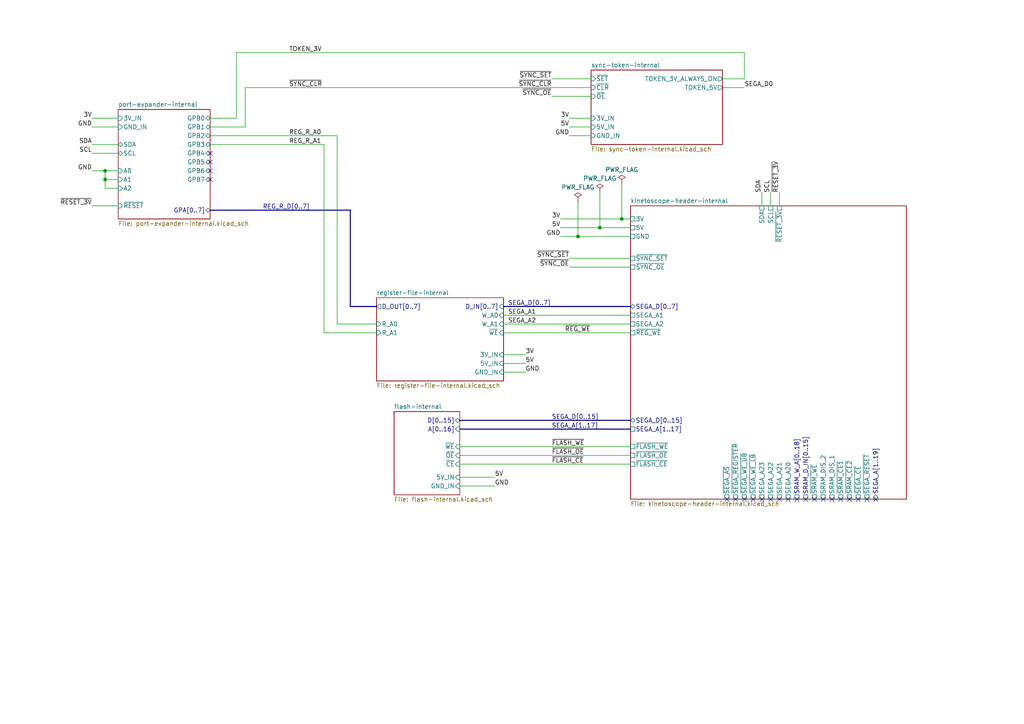
<source format=kicad_sch>
(kicad_sch (version 20231120) (generator "eeschema") (generator_version "8.0")
  (paper "A4")
  (title_block (title "Kinetoscope Registers & Flash"))
  (lib_symbols
    (symbol "power:PWR_FLAG" (power) (pin_numbers hide) (pin_names (offset 0) hide)
      (property "Value" "PWR_FLAG" (at 0 3.81 0))
      (symbol "PWR_FLAG_0_0"
        (pin power_out line (at 0 0 90) (length 0) (name "~") (number "1"))
      )
      (symbol "PWR_FLAG_0_1"
        (polyline (pts (xy 0 0) (xy 0 1.27) (xy -1.016 1.905) (xy 0 2.54) (xy 1.016 1.905) (xy 0 1.27)))
      )
    )
  )
  (junction (at 180.34 63.5))
  (junction (at 167.64 68.58))
  (junction (at 30.48 49.53))
  (junction (at 30.48 52.07))
  (junction (at 173.99 66.04))
  (no_connect (at 60.96 44.45))
  (no_connect (at 215.9 144.78))
  (no_connect (at 241.3 144.78))
  (no_connect (at 246.38 144.78))
  (no_connect (at 233.68 144.78))
  (no_connect (at 213.36 144.78))
  (no_connect (at 220.98 144.78))
  (no_connect (at 248.92 144.78))
  (no_connect (at 218.44 144.78))
  (no_connect (at 210.82 144.78))
  (no_connect (at 243.84 144.78))
  (no_connect (at 223.52 144.78))
  (no_connect (at 238.76 144.78))
  (no_connect (at 231.14 144.78))
  (no_connect (at 228.6 144.78))
  (no_connect (at 251.46 144.78))
  (no_connect (at 60.96 52.07))
  (no_connect (at 236.22 144.78))
  (no_connect (at 254 144.78))
  (no_connect (at 60.96 46.99))
  (no_connect (at 60.96 49.53))
  (no_connect (at 226.06 144.78))
  (wire (pts (xy 165.1 36.83) (xy 171.45 36.83)))
  (wire (pts (xy 146.05 93.98) (xy 182.88 93.98)))
  (wire (pts (xy 215.9 22.86) (xy 209.55 22.86)))
  (wire (pts (xy 171.45 27.94) (xy 160.02 27.94)))
  (wire (pts (xy 173.99 55.88) (xy 173.99 66.04)))
  (wire (pts (xy 180.34 53.34) (xy 180.34 63.5)))
  (wire (pts (xy 133.35 140.97) (xy 143.51 140.97)))
  (wire (pts (xy 171.45 39.37) (xy 165.1 39.37)))
  (wire (pts (xy 162.56 68.58) (xy 167.64 68.58)))
  (wire (pts (xy 167.64 58.42) (xy 167.64 68.58)))
  (wire (pts (xy 167.64 68.58) (xy 182.88 68.58)))
  (bus (pts (xy 146.05 88.9) (xy 182.88 88.9)))
  (wire (pts (xy 109.22 96.52) (xy 93.98 96.52)))
  (wire (pts (xy 71.12 25.4) (xy 71.12 36.83)))
  (bus (pts (xy 101.6 88.9) (xy 101.6 60.96)))
  (wire (pts (xy 209.55 25.4) (xy 215.9 25.4)))
  (wire (pts (xy 97.79 93.98) (xy 97.79 39.37)))
  (wire (pts (xy 133.35 129.54) (xy 182.88 129.54)))
  (wire (pts (xy 152.4 107.95) (xy 146.05 107.95)))
  (wire (pts (xy 60.96 39.37) (xy 97.79 39.37)))
  (wire (pts (xy 171.45 34.29) (xy 165.1 34.29)))
  (wire (pts (xy 109.22 93.98) (xy 97.79 93.98)))
  (wire (pts (xy 182.88 74.93) (xy 165.1 74.93)))
  (bus (pts (xy 60.96 60.96) (xy 101.6 60.96)))
  (wire (pts (xy 146.05 91.44) (xy 182.88 91.44)))
  (wire (pts (xy 146.05 105.41) (xy 152.4 105.41)))
  (wire (pts (xy 226.06 55.88) (xy 226.06 59.69)))
  (wire (pts (xy 26.67 49.53) (xy 30.48 49.53)))
  (wire (pts (xy 60.96 36.83) (xy 71.12 36.83)))
  (wire (pts (xy 26.67 41.91) (xy 34.29 41.91)))
  (wire (pts (xy 133.35 132.08) (xy 182.88 132.08)))
  (wire (pts (xy 220.98 55.88) (xy 220.98 59.69)))
  (wire (pts (xy 165.1 77.47) (xy 182.88 77.47)))
  (wire (pts (xy 60.96 41.91) (xy 93.98 41.91)))
  (wire (pts (xy 182.88 66.04) (xy 173.99 66.04)))
  (wire (pts (xy 30.48 49.53) (xy 34.29 49.53)))
  (wire (pts (xy 30.48 52.07) (xy 30.48 49.53)))
  (wire (pts (xy 146.05 96.52) (xy 182.88 96.52)))
  (wire (pts (xy 93.98 96.52) (xy 93.98 41.91)))
  (wire (pts (xy 26.67 59.69) (xy 34.29 59.69)))
  (wire (pts (xy 30.48 54.61) (xy 30.48 52.07)))
  (wire (pts (xy 160.02 22.86) (xy 171.45 22.86)))
  (wire (pts (xy 152.4 102.87) (xy 146.05 102.87)))
  (wire (pts (xy 180.34 63.5) (xy 182.88 63.5)))
  (wire (pts (xy 26.67 36.83) (xy 34.29 36.83)))
  (wire (pts (xy 173.99 66.04) (xy 162.56 66.04)))
  (wire (pts (xy 68.58 34.29) (xy 68.58 15.24)))
  (wire (pts (xy 133.35 138.43) (xy 143.51 138.43)))
  (bus (pts (xy 109.22 88.9) (xy 101.6 88.9)))
  (wire (pts (xy 223.52 55.88) (xy 223.52 59.69)))
  (wire (pts (xy 215.9 15.24) (xy 215.9 22.86)))
  (bus (pts (xy 133.35 124.46) (xy 182.88 124.46)))
  (wire (pts (xy 26.67 34.29) (xy 34.29 34.29)))
  (wire (pts (xy 60.96 34.29) (xy 68.58 34.29)))
  (wire (pts (xy 34.29 52.07) (xy 30.48 52.07)))
  (wire (pts (xy 162.56 63.5) (xy 180.34 63.5)))
  (wire (pts (xy 68.58 15.24) (xy 215.9 15.24)))
  (wire (pts (xy 71.12 25.4) (xy 171.45 25.4)))
  (wire (pts (xy 26.67 44.45) (xy 34.29 44.45)))
  (wire (pts (xy 34.29 54.61) (xy 30.48 54.61)))
  (bus (pts (xy 133.35 121.92) (xy 182.88 121.92)))
  (wire (pts (xy 133.35 134.62) (xy 182.88 134.62)))
  (label "~{SYNC_CLR}" (at 160.02 25.4 180))
  (label "5V" (at 162.56 66.04 180))
  (label "~{FLASH_CE}" (at 160.02 134.62 0))
  (label "5V" (at 165.1 36.83 180))
  (label "5V" (at 152.4 105.41 0))
  (label "3V" (at 26.67 34.29 180))
  (label "REG_R_A0" (at 83.82 39.37 0))
  (label "SDA" (at 220.98 55.88 90))
  (label "~{SYNC_SET}" (at 165.1 74.93 180))
  (label "REG_R_D[0..7]" (at 76.2 60.96 0))
  (label "~{SYNC_OE}" (at 165.1 77.47 180))
  (label "SCL" (at 223.52 55.88 90))
  (label "SDA" (at 26.67 41.91 180))
  (label "3V" (at 162.56 63.5 180))
  (label "~{FLASH_OE}" (at 160.02 132.08 0))
  (label "SEGA_D[0..7]" (at 147.32 88.9 0))
  (label "3V" (at 165.1 34.29 180))
  (label "SEGA_A1" (at 147.32 91.44 0))
  (label "SEGA_D0" (at 215.9 25.4 0))
  (label "GND" (at 26.67 49.53 180))
  (label "TOKEN_3V" (at 83.82 15.24 0))
  (label "~{SYNC_SET}" (at 160.02 22.86 180))
  (label "REG_R_A1" (at 83.82 41.91 0))
  (label "GND" (at 143.51 140.97 0))
  (label "~{FLASH_WE}" (at 160.02 129.54 0))
  (label "~{REG_WE}" (at 163.83 96.52 0))
  (label "3V" (at 152.4 102.87 0))
  (label "GND" (at 152.4 107.95 0))
  (label "~{SYNC_OE}" (at 160.02 27.94 180))
  (label "GND" (at 26.67 36.83 180))
  (label "SEGA_D[0..15]" (at 160.02 121.92 0))
  (label "SCL" (at 26.67 44.45 180))
  (label "~{RESET_3V}" (at 226.06 55.88 90))
  (label "~{RESET_3V}" (at 26.67 59.69 180))
  (label "~{SYNC_CLR}" (at 83.82 25.4 0))
  (label "SEGA_A[1..17]" (at 160.02 124.46 0))
  (label "5V" (at 143.51 138.43 0))
  (label "SEGA_A2" (at 147.32 93.98 0))
  (label "GND" (at 165.1 39.37 180))
  (label "GND" (at 162.56 68.58 180))
  (symbol (lib_id "power:PWR_FLAG") (at 167.64 58.42 0) (unit 1)
    (property "Reference" "#FLG03" (effects (hide yes)))
    (property "Value" "PWR_FLAG" (at 167.64 54.2869 0))
    (property "Description" "Special symbol for telling ERC where power comes from" (effects (hide yes)))
  )
  (symbol (lib_id "power:PWR_FLAG") (at 180.34 53.34 0) (unit 1)
    (property "Reference" "#FLG01" (effects (hide yes)))
    (property "Value" "PWR_FLAG" (at 180.34 49.2069 0))
    (property "Description" "Special symbol for telling ERC where power comes from" (effects (hide yes)))
  )
  (symbol (lib_id "power:PWR_FLAG") (at 173.99 55.88 0) (unit 1)
    (property "Reference" "#FLG02" (effects (hide yes)))
    (property "Value" "PWR_FLAG" (at 173.99 51.7469 0))
    (property "Description" "Special symbol for telling ERC where power comes from" (effects (hide yes)))
  )
  (sheet (at 171.45 20.32) (size 38.1 21.59) (stroke (width 0.1524))
    (property "Sheetname" "sync-token-internal" (at 171.45 19.6084 0) (effects (justify left bottom)))
    (property "Sheetfile" "sync-token-internal.kicad_sch" (at 171.45 42.4946 0) (effects (justify left top)))
    (pin "GND_IN" input (at 171.45 39.37 180))
    (pin "~{SET}" input (at 171.45 22.86 180))
    (pin "5V_IN" input (at 171.45 36.83 180))
    (pin "~{CLR}" input (at 171.45 25.4 180))
    (pin "~{OE}" input (at 171.45 27.94 180))
    (pin "3V_IN" input (at 171.45 34.29 180))
    (pin "TOKEN_3V_ALWAYS_ON" output (at 209.55 22.86 0))
    (pin "TOKEN_5V" output (at 209.55 25.4 0))
  )
  (sheet (at 182.88 59.69) (size 80.01 85.09) (stroke (width 0.1524))
    (property "Sheetname" "kinetoscope-header-internal" (at 182.88 58.9784 0) (effects (justify left bottom)))
    (property "Sheetfile" "kinetoscope-header-internal.kicad_sch" (at 182.88 145.3646 0) (effects (justify left top)))
    (pin "SEGA_A[1..19]" input (at 254 144.78 270))
    (pin "SEGA_D[0..15]" bidirectional (at 182.88 121.92 180))
    (pin "~{SRAM_CE1}" passive (at 243.84 144.78 270))
    (pin "~{SRAM_CE2}" passive (at 246.38 144.78 270))
    (pin "SRAM_D_IN[0..15]" passive (at 233.68 144.78 270))
    (pin "5V" passive (at 182.88 66.04 180))
    (pin "GND" passive (at 182.88 68.58 180))
    (pin "SRAM_DIS_2" passive (at 238.76 144.78 270))
    (pin "SRAM_DIS_1" passive (at 241.3 144.78 270))
    (pin "~{SRAM_WE}" passive (at 236.22 144.78 270))
    (pin "SRAM_W_A[0..18]" passive (at 231.14 144.78 270))
    (pin "~{SEGA_CE}" passive (at 248.92 144.78 270))
    (pin "~{FLASH_OE}" passive (at 182.88 132.08 180))
    (pin "~{FLASH_CE}" passive (at 182.88 134.62 180))
    (pin "~{FLASH_WE}" passive (at 182.88 129.54 180))
    (pin "3V" passive (at 182.88 63.5 180))
    (pin "~{SYNC_SET}" passive (at 182.88 74.93 180))
    (pin "SDA" passive (at 220.98 59.69 90))
    (pin "SCL" passive (at 223.52 59.69 90))
    (pin "~{SYNC_OE}" passive (at 182.88 77.47 180))
    (pin "~{REG_WE}" passive (at 182.88 96.52 180))
    (pin "SEGA_A20" passive (at 228.6 144.78 270))
    (pin "SEGA_A21" passive (at 226.06 144.78 270))
    (pin "SEGA_A22" passive (at 223.52 144.78 270))
    (pin "SEGA_A23" passive (at 220.98 144.78 270))
    (pin "SEGA_A[1..17]" passive (at 182.88 124.46 180))
    (pin "~{SEGA_WE_LB}" passive (at 218.44 144.78 270))
    (pin "~{SEGA_REGISTER}" passive (at 213.36 144.78 270))
    (pin "~{SEGA_WE_UB}" passive (at 215.9 144.78 270))
    (pin "~{SEGA_AS}" passive (at 210.82 144.78 270))
    (pin "~{SEGA_RESET}" passive (at 251.46 144.78 270))
    (pin "~{RESET_3V}" passive (at 226.06 59.69 90))
    (pin "SEGA_A2" passive (at 182.88 93.98 180))
    (pin "SEGA_A1" passive (at 182.88 91.44 180))
    (pin "SEGA_D[0..7]" bidirectional (at 182.88 88.9 180))
  )
  (sheet (at 34.29 31.75) (size 26.67 31.75) (stroke (width 0.1524))
    (property "Sheetname" "port-expander-internal" (at 34.29 31.0384 0) (effects (justify left bottom)))
    (property "Sheetfile" "port-expander-internal.kicad_sch" (at 34.29 64.0846 0) (effects (justify left top)))
    (pin "3V_IN" input (at 34.29 34.29 180))
    (pin "SDA" bidirectional (at 34.29 41.91 180))
    (pin "GND_IN" input (at 34.29 36.83 180))
    (pin "SCL" bidirectional (at 34.29 44.45 180))
    (pin "A1" input (at 34.29 52.07 180))
    (pin "A0" input (at 34.29 49.53 180))
    (pin "A2" input (at 34.29 54.61 180))
    (pin "~{RESET}" input (at 34.29 59.69 180))
    (pin "GPB1" bidirectional (at 60.96 36.83 0))
    (pin "GPB2" bidirectional (at 60.96 39.37 0))
    (pin "GPB3" bidirectional (at 60.96 41.91 0))
    (pin "GPB4" bidirectional (at 60.96 44.45 0))
    (pin "GPB0" bidirectional (at 60.96 34.29 0))
    (pin "GPA[0..7]" bidirectional (at 60.96 60.96 0))
    (pin "GPB7" bidirectional (at 60.96 52.07 0))
    (pin "GPB6" bidirectional (at 60.96 49.53 0))
    (pin "GPB5" bidirectional (at 60.96 46.99 0))
  )
  (sheet (at 109.22 86.36) (size 36.83 24.13) (stroke (width 0.1524))
    (property "Sheetname" "register-file-internal" (at 109.22 85.6484 0) (effects (justify left bottom)))
    (property "Sheetfile" "register-file-internal.kicad_sch" (at 109.22 111.0746 0) (effects (justify left top)))
    (pin "GND_IN" input (at 146.05 107.95 0))
    (pin "3V_IN" input (at 146.05 102.87 0))
    (pin "5V_IN" input (at 146.05 105.41 0))
    (pin "D_OUT[0..7]" output (at 109.22 88.9 180))
    (pin "D_IN[0..7]" input (at 146.05 88.9 0))
    (pin "W_A0" input (at 146.05 91.44 0))
    (pin "W_A1" input (at 146.05 93.98 0))
    (pin "~{WE}" input (at 146.05 96.52 0))
    (pin "R_A0" input (at 109.22 93.98 180))
    (pin "R_A1" input (at 109.22 96.52 180))
  )
  (sheet (at 114.3 119.38) (size 19.05 24.13) (stroke (width 0.1524))
    (property "Sheetname" "flash-internal" (at 114.3 118.6684 0) (effects (justify left bottom)))
    (property "Sheetfile" "flash-internal.kicad_sch" (at 114.3 144.0946 0) (effects (justify left top)))
    (pin "~{OE}" input (at 133.35 132.08 0))
    (pin "~{WE}" input (at 133.35 129.54 0))
    (pin "5V_IN" input (at 133.35 138.43 0))
    (pin "~{CE}" input (at 133.35 134.62 0))
    (pin "GND_IN" input (at 133.35 140.97 0))
    (pin "D[0..15]" bidirectional (at 133.35 121.92 0))
    (pin "A[0..16]" input (at 133.35 124.46 0))
  )
)
</source>
